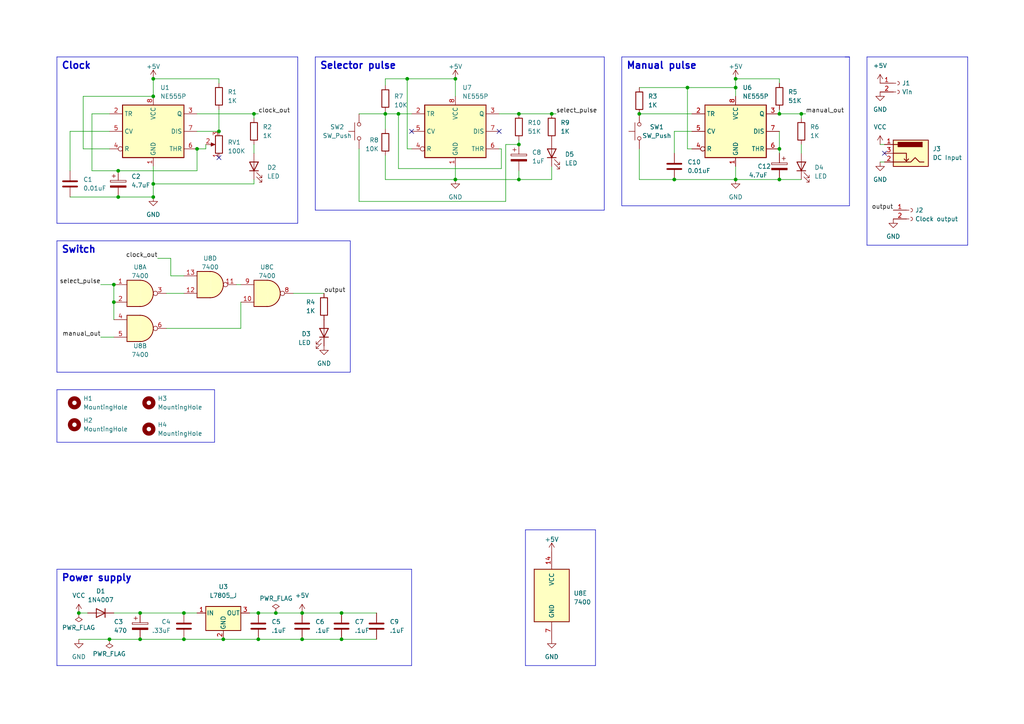
<source format=kicad_sch>
(kicad_sch (version 20220328) (generator eeschema)
  (paper "A4")
  (title_block (title "Clock module"))
  (lib_symbols
    (symbol "74xx:7400" (pin_names (offset 1.016))
      (property "Reference" "U" (at 0 1.27 0))
      (property "Value" "7400" (at 0 -1.27 0))
      (symbol "7400_1_1"
        (arc (start 0 -3.81) (mid 3.81 0) (end 0 3.81) (stroke (width 0.254)) (fill (type background)))
        (polyline (pts (xy 0 3.81) (xy -3.81 3.81) (xy -3.81 -3.81) (xy 0 -3.81)) (stroke (width 0.254)) (fill (type background)))
        (pin input line (at -7.62 2.54 0) (length 3.81) (name "~") (number "1"))
        (pin input line (at -7.62 -2.54 0) (length 3.81) (name "~") (number "2"))
        (pin output inverted (at 7.62 0 180) (length 3.81) (name "~") (number "3"))
      )
      (symbol "7400_1_2"
        (arc (start -3.81 -3.81) (mid -2.589 0) (end -3.81 3.81) (stroke (width 0.254)))
        (arc (start -0.6096 -3.81) (mid 2.1842 -2.5851) (end 3.81 0) (stroke (width 0.254)) (fill (type background)))
        (polyline (pts (xy -3.81 -3.81) (xy -0.635 -3.81)) (stroke (width 0.254)) (fill (type background)))
        (polyline (pts (xy -3.81 3.81) (xy -0.635 3.81)) (stroke (width 0.254)) (fill (type background)))
        (polyline (pts (xy -0.635 3.81) (xy -3.81 3.81) (xy -3.81 3.81) (xy -3.556 3.4036) (xy -3.0226 2.2606) (xy -2.6924 1.0414) (xy -2.6162 -0.254) (xy -2.7686 -1.4986) (xy -3.175 -2.7178) (xy -3.81 -3.81) (xy -3.81 -3.81) (xy -0.635 -3.81)) (stroke (width -25.4)) (fill (type background)))
        (arc (start 3.81 0) (mid 2.1915 2.5936) (end -0.6096 3.81) (stroke (width 0.254)) (fill (type background)))
        (pin input inverted (at -7.62 2.54 0) (length 4.318) (name "~") (number "1"))
        (pin input inverted (at -7.62 -2.54 0) (length 4.318) (name "~") (number "2"))
        (pin output line (at 7.62 0 180) (length 3.81) (name "~") (number "3"))
      )
      (symbol "7400_2_1"
        (arc (start 0 -3.81) (mid 3.81 0) (end 0 3.81) (stroke (width 0.254)) (fill (type background)))
        (polyline (pts (xy 0 3.81) (xy -3.81 3.81) (xy -3.81 -3.81) (xy 0 -3.81)) (stroke (width 0.254)) (fill (type background)))
        (pin input line (at -7.62 2.54 0) (length 3.81) (name "~") (number "4"))
        (pin input line (at -7.62 -2.54 0) (length 3.81) (name "~") (number "5"))
        (pin output inverted (at 7.62 0 180) (length 3.81) (name "~") (number "6"))
      )
      (symbol "7400_2_2"
        (arc (start -3.81 -3.81) (mid -2.589 0) (end -3.81 3.81) (stroke (width 0.254)))
        (arc (start -0.6096 -3.81) (mid 2.1842 -2.5851) (end 3.81 0) (stroke (width 0.254)) (fill (type background)))
        (polyline (pts (xy -3.81 -3.81) (xy -0.635 -3.81)) (stroke (width 0.254)) (fill (type background)))
        (polyline (pts (xy -3.81 3.81) (xy -0.635 3.81)) (stroke (width 0.254)) (fill (type background)))
        (polyline (pts (xy -0.635 3.81) (xy -3.81 3.81) (xy -3.81 3.81) (xy -3.556 3.4036) (xy -3.0226 2.2606) (xy -2.6924 1.0414) (xy -2.6162 -0.254) (xy -2.7686 -1.4986) (xy -3.175 -2.7178) (xy -3.81 -3.81) (xy -3.81 -3.81) (xy -0.635 -3.81)) (stroke (width -25.4)) (fill (type background)))
        (arc (start 3.81 0) (mid 2.1915 2.5936) (end -0.6096 3.81) (stroke (width 0.254)) (fill (type background)))
        (pin input inverted (at -7.62 2.54 0) (length 4.318) (name "~") (number "4"))
        (pin input inverted (at -7.62 -2.54 0) (length 4.318) (name "~") (number "5"))
        (pin output line (at 7.62 0 180) (length 3.81) (name "~") (number "6"))
      )
      (symbol "7400_3_1"
        (arc (start 0 -3.81) (mid 3.81 0) (end 0 3.81) (stroke (width 0.254)) (fill (type background)))
        (polyline (pts (xy 0 3.81) (xy -3.81 3.81) (xy -3.81 -3.81) (xy 0 -3.81)) (stroke (width 0.254)) (fill (type background)))
        (pin input line (at -7.62 -2.54 0) (length 3.81) (name "~") (number "10"))
        (pin output inverted (at 7.62 0 180) (length 3.81) (name "~") (number "8"))
        (pin input line (at -7.62 2.54 0) (length 3.81) (name "~") (number "9"))
      )
      (symbol "7400_3_2"
        (arc (start -3.81 -3.81) (mid -2.589 0) (end -3.81 3.81) (stroke (width 0.254)))
        (arc (start -0.6096 -3.81) (mid 2.1842 -2.5851) (end 3.81 0) (stroke (width 0.254)) (fill (type background)))
        (polyline (pts (xy -3.81 -3.81) (xy -0.635 -3.81)) (stroke (width 0.254)) (fill (type background)))
        (polyline (pts (xy -3.81 3.81) (xy -0.635 3.81)) (stroke (width 0.254)) (fill (type background)))
        (polyline (pts (xy -0.635 3.81) (xy -3.81 3.81) (xy -3.81 3.81) (xy -3.556 3.4036) (xy -3.0226 2.2606) (xy -2.6924 1.0414) (xy -2.6162 -0.254) (xy -2.7686 -1.4986) (xy -3.175 -2.7178) (xy -3.81 -3.81) (xy -3.81 -3.81) (xy -0.635 -3.81)) (stroke (width -25.4)) (fill (type background)))
        (arc (start 3.81 0) (mid 2.1915 2.5936) (end -0.6096 3.81) (stroke (width 0.254)) (fill (type background)))
        (pin input inverted (at -7.62 -2.54 0) (length 4.318) (name "~") (number "10"))
        (pin output line (at 7.62 0 180) (length 3.81) (name "~") (number "8"))
        (pin input inverted (at -7.62 2.54 0) (length 4.318) (name "~") (number "9"))
      )
      (symbol "7400_4_1"
        (arc (start 0 -3.81) (mid 3.81 0) (end 0 3.81) (stroke (width 0.254)) (fill (type background)))
        (polyline (pts (xy 0 3.81) (xy -3.81 3.81) (xy -3.81 -3.81) (xy 0 -3.81)) (stroke (width 0.254)) (fill (type background)))
        (pin output inverted (at 7.62 0 180) (length 3.81) (name "~") (number "11"))
        (pin input line (at -7.62 2.54 0) (length 3.81) (name "~") (number "12"))
        (pin input line (at -7.62 -2.54 0) (length 3.81) (name "~") (number "13"))
      )
      (symbol "7400_4_2"
        (arc (start -3.81 -3.81) (mid -2.589 0) (end -3.81 3.81) (stroke (width 0.254)))
        (arc (start -0.6096 -3.81) (mid 2.1842 -2.5851) (end 3.81 0) (stroke (width 0.254)) (fill (type background)))
        (polyline (pts (xy -3.81 -3.81) (xy -0.635 -3.81)) (stroke (width 0.254)) (fill (type background)))
        (polyline (pts (xy -3.81 3.81) (xy -0.635 3.81)) (stroke (width 0.254)) (fill (type background)))
        (polyline (pts (xy -0.635 3.81) (xy -3.81 3.81) (xy -3.81 3.81) (xy -3.556 3.4036) (xy -3.0226 2.2606) (xy -2.6924 1.0414) (xy -2.6162 -0.254) (xy -2.7686 -1.4986) (xy -3.175 -2.7178) (xy -3.81 -3.81) (xy -3.81 -3.81) (xy -0.635 -3.81)) (stroke (width -25.4)) (fill (type background)))
        (arc (start 3.81 0) (mid 2.1915 2.5936) (end -0.6096 3.81) (stroke (width 0.254)) (fill (type background)))
        (pin output line (at 7.62 0 180) (length 3.81) (name "~") (number "11"))
        (pin input inverted (at -7.62 2.54 0) (length 4.318) (name "~") (number "12"))
        (pin input inverted (at -7.62 -2.54 0) (length 4.318) (name "~") (number "13"))
      )
      (symbol "7400_5_0"
        (pin power_in line (at 0 12.7 270) (length 5.08) (name "VCC") (number "14"))
        (pin power_in line (at 0 -12.7 90) (length 5.08) (name "GND") (number "7"))
      )
      (symbol "7400_5_1"
        (rectangle (start -5.08 7.62) (end 5.08 -7.62) (stroke (width 0.254)) (fill (type background)))
      )
    )
    (symbol "Connector:Barrel_Jack_Switch" (pin_names hide)
      (property "Reference" "J" (at 0 5.334 0))
      (property "Value" "Barrel_Jack_Switch" (at 0 -5.08 0))
      (symbol "Barrel_Jack_Switch_0_1"
        (rectangle (start -5.08 3.81) (end 5.08 -3.81) (stroke (width 0.254)) (fill (type background)))
        (arc (start -3.302 1.905) (mid -2.667 2.54) (end -3.302 3.175) (stroke (width 0.254)))
        (arc (start -3.302 1.905) (mid -2.667 2.54) (end -3.302 3.175) (stroke (width 0.254)) (fill (type outline)))
        (polyline (pts (xy 1.27 -2.286) (xy 1.905 -1.651)) (stroke (width 0.254)))
        (polyline (pts (xy 5.08 2.54) (xy 3.81 2.54)) (stroke (width 0.254)))
        (polyline (pts (xy 5.08 0) (xy 1.27 0) (xy 1.27 -2.286) (xy 0.635 -1.651)) (stroke (width 0.254)))
        (polyline (pts (xy -3.81 -2.54) (xy -2.54 -2.54) (xy -1.27 -1.27) (xy 0 -2.54) (xy 2.54 -2.54) (xy 5.08 -2.54)) (stroke (width 0.254)))
        (rectangle (start 3.683 3.175) (end -3.302 1.905) (stroke (width 0.254)) (fill (type outline)))
      )
      (symbol "Barrel_Jack_Switch_1_1"
        (pin passive line (at 7.62 2.54 180) (length 2.54) (name "~") (number "1"))
        (pin passive line (at 7.62 -2.54 180) (length 2.54) (name "~") (number "2"))
        (pin passive line (at 7.62 0 180) (length 2.54) (name "~") (number "3"))
      )
    )
    (symbol "Connector:Conn_01x02_Female" (pin_names (offset 1.016) hide)
      (property "Reference" "J" (at 0 2.54 0))
      (property "Value" "Conn_01x02_Female" (at 0 -5.08 0))
      (symbol "Conn_01x02_Female_1_1"
        (arc (start 0 -3.048) (mid 0.508 -2.54) (end 0 -2.032) (stroke (width 0.1524)))
        (arc (start 0 -0.508) (mid 0.508 0) (end 0 0.508) (stroke (width 0.1524)))
        (polyline (pts (xy -1.27 -2.54) (xy -0.508 -2.54)) (stroke (width 0.1524)))
        (polyline (pts (xy -1.27 0) (xy -0.508 0)) (stroke (width 0.1524)))
        (pin passive line (at -5.08 0 0) (length 3.81) (name "Pin_1") (number "1"))
        (pin passive line (at -5.08 -2.54 0) (length 3.81) (name "Pin_2") (number "2"))
      )
    )
    (symbol "Device:C" (pin_numbers hide) (pin_names (offset 0.254))
      (property "Reference" "C" (at 0.635 2.54 0))
      (property "Value" "C" (at 0.635 -2.54 0))
      (symbol "C_0_1"
        (polyline (pts (xy -2.032 -0.762) (xy 2.032 -0.762)) (stroke (width 0.508)))
        (polyline (pts (xy -2.032 0.762) (xy 2.032 0.762)) (stroke (width 0.508)))
      )
      (symbol "C_1_1"
        (pin passive line (at 0 3.81 270) (length 2.794) (name "~") (number "1"))
        (pin passive line (at 0 -3.81 90) (length 2.794) (name "~") (number "2"))
      )
    )
    (symbol "Device:C_Polarized" (pin_numbers hide) (pin_names (offset 0.254))
      (property "Reference" "C" (at 0.635 2.54 0))
      (property "Value" "C_Polarized" (at 0.635 -2.54 0))
      (symbol "C_Polarized_0_1"
        (rectangle (start -2.286 0.508) (end 2.286 1.016))
        (polyline (pts (xy -1.778 2.286) (xy -0.762 2.286)))
        (polyline (pts (xy -1.27 2.794) (xy -1.27 1.778)))
        (rectangle (start 2.286 -0.508) (end -2.286 -1.016) (fill (type outline)))
      )
      (symbol "C_Polarized_1_1"
        (pin passive line (at 0 3.81 270) (length 2.794) (name "~") (number "1"))
        (pin passive line (at 0 -3.81 90) (length 2.794) (name "~") (number "2"))
      )
    )
    (symbol "Device:D" (pin_numbers hide) (pin_names (offset 1.016) hide)
      (property "Reference" "D" (at 0 2.54 0))
      (property "Value" "D" (at 0 -2.54 0))
      (symbol "D_0_1"
        (polyline (pts (xy -1.27 1.27) (xy -1.27 -1.27)) (stroke (width 0.254)))
        (polyline (pts (xy 1.27 0) (xy -1.27 0)))
        (polyline (pts (xy 1.27 1.27) (xy 1.27 -1.27) (xy -1.27 0) (xy 1.27 1.27)) (stroke (width 0.254)))
      )
      (symbol "D_1_1"
        (pin passive line (at -3.81 0 0) (length 2.54) (name "K") (number "1"))
        (pin passive line (at 3.81 0 180) (length 2.54) (name "A") (number "2"))
      )
    )
    (symbol "Device:LED" (pin_numbers hide) (pin_names (offset 1.016) hide)
      (property "Reference" "D" (at 0 2.54 0))
      (property "Value" "LED" (at 0 -2.54 0))
      (symbol "LED_0_1"
        (polyline (pts (xy -1.27 -1.27) (xy -1.27 1.27)) (stroke (width 0.254)))
        (polyline (pts (xy -1.27 0) (xy 1.27 0)))
        (polyline (pts (xy 1.27 -1.27) (xy 1.27 1.27) (xy -1.27 0) (xy 1.27 -1.27)) (stroke (width 0.254)))
        (polyline (pts (xy -3.048 -0.762) (xy -4.572 -2.286) (xy -3.81 -2.286) (xy -4.572 -2.286) (xy -4.572 -1.524)))
        (polyline (pts (xy -1.778 -0.762) (xy -3.302 -2.286) (xy -2.54 -2.286) (xy -3.302 -2.286) (xy -3.302 -1.524)))
      )
      (symbol "LED_1_1"
        (pin passive line (at -3.81 0 0) (length 2.54) (name "K") (number "1"))
        (pin passive line (at 3.81 0 180) (length 2.54) (name "A") (number "2"))
      )
    )
    (symbol "Device:R" (pin_numbers hide) (pin_names (offset 0))
      (property "Reference" "R" (at 2.032 0 90))
      (property "Value" "R" (at 0 0 90))
      (symbol "R_0_1"
        (rectangle (start -1.016 -2.54) (end 1.016 2.54) (stroke (width 0.254)))
      )
      (symbol "R_1_1"
        (pin passive line (at 0 3.81 270) (length 1.27) (name "~") (number "1"))
        (pin passive line (at 0 -3.81 90) (length 1.27) (name "~") (number "2"))
      )
    )
    (symbol "Device:R_Potentiometer" (pin_names (offset 1.016) hide)
      (property "Reference" "RV" (at -4.445 0 90))
      (property "Value" "R_Potentiometer" (at -2.54 0 90))
      (symbol "R_Potentiometer_0_1"
        (polyline (pts (xy 2.54 0) (xy 1.524 0)))
        (polyline (pts (xy 1.143 0) (xy 2.286 0.508) (xy 2.286 -0.508) (xy 1.143 0)) (fill (type outline)))
        (rectangle (start 1.016 2.54) (end -1.016 -2.54) (stroke (width 0.254)))
      )
      (symbol "R_Potentiometer_1_1"
        (pin passive line (at 0 3.81 270) (length 1.27) (name "1") (number "1"))
        (pin passive line (at 3.81 0 180) (length 1.27) (name "2") (number "2"))
        (pin passive line (at 0 -3.81 90) (length 1.27) (name "3") (number "3"))
      )
    )
    (symbol "Mechanical:MountingHole" (pin_names (offset 1.016))
      (property "Reference" "H" (at 0 5.08 0))
      (property "Value" "MountingHole" (at 0 3.175 0))
      (symbol "MountingHole_0_1"
        (circle (center 0 0) (radius 1.27) (stroke (width 1.27)))
      )
    )
    (symbol "Switch:SW_Push" (pin_numbers hide) (pin_names (offset 1.016) hide)
      (property "Reference" "SW" (at 1.27 2.54 0))
      (property "Value" "SW_Push" (at 0 -1.524 0))
      (symbol "SW_Push_0_1"
        (circle (center -2.032 0) (radius 0.508))
        (polyline (pts (xy 0 1.27) (xy 0 3.048)))
        (polyline (pts (xy 2.54 1.27) (xy -2.54 1.27)))
        (circle (center 2.032 0) (radius 0.508))
        (pin passive line (at -5.08 0 0) (length 2.54) (name "1") (number "1"))
        (pin passive line (at 5.08 0 180) (length 2.54) (name "2") (number "2"))
      )
    )
    (symbol "Timer:NE555P"
      (property "Reference" "U" (at -10.16 8.89 0))
      (property "Value" "NE555P" (at 2.54 8.89 0))
      (symbol "NE555P_0_0"
        (pin power_in line (at 0 -10.16 90) (length 2.54) (name "GND") (number "1"))
        (pin power_in line (at 0 10.16 270) (length 2.54) (name "VCC") (number "8"))
      )
      (symbol "NE555P_0_1"
        (rectangle (start -8.89 -7.62) (end 8.89 7.62) (stroke (width 0.254)) (fill (type background)))
        (rectangle (start -8.89 -7.62) (end 8.89 7.62) (stroke (width 0.254)) (fill (type background)))
      )
      (symbol "NE555P_1_1"
        (pin input line (at -12.7 5.08 0) (length 3.81) (name "TR") (number "2"))
        (pin output line (at 12.7 5.08 180) (length 3.81) (name "Q") (number "3"))
        (pin input inverted (at -12.7 -5.08 0) (length 3.81) (name "R") (number "4"))
        (pin input line (at -12.7 0 0) (length 3.81) (name "CV") (number "5"))
        (pin input line (at 12.7 -5.08 180) (length 3.81) (name "THR") (number "6"))
        (pin input line (at 12.7 0 180) (length 3.81) (name "DIS") (number "7"))
      )
    )
    (symbol "joppe:L7805_J" (pin_names (offset 0.254))
      (property "Reference" "U" (at -3.81 3.175 0))
      (property "Value" "L7805_J" (at 0 3.175 0))
      (symbol "L7805_J_0_1"
        (rectangle (start -5.08 1.905) (end 5.08 -5.08) (stroke (width 0.254)) (fill (type background)))
      )
      (symbol "L7805_J_1_1"
        (pin bidirectional line (at -7.62 0 0) (length 2.54) (name "IN") (number "1"))
        (pin power_in line (at 0 -7.62 90) (length 2.54) (name "GND") (number "2"))
        (pin bidirectional line (at 7.62 0 180) (length 2.54) (name "OUT") (number "3"))
      )
    )
    (symbol "power:+5V" (power) (pin_names (offset 0))
      (property "Value" "+5V" (at 0 3.556 0))
      (symbol "+5V_0_1"
        (polyline (pts (xy -0.762 1.27) (xy 0 2.54)))
        (polyline (pts (xy 0 0) (xy 0 2.54)))
        (polyline (pts (xy 0 2.54) (xy 0.762 1.27)))
      )
      (symbol "+5V_1_1"
        (pin power_in line (at 0 0 90) (length 0) hide (name "+5V") (number "1"))
      )
    )
    (symbol "power:GND" (power) (pin_names (offset 0))
      (property "Value" "GND" (at 0 -3.81 0))
      (symbol "GND_0_1"
        (polyline (pts (xy 0 0) (xy 0 -1.27) (xy 1.27 -1.27) (xy 0 -2.54) (xy -1.27 -1.27) (xy 0 -1.27)))
      )
      (symbol "GND_1_1"
        (pin power_in line (at 0 0 270) (length 0) hide (name "GND") (number "1"))
      )
    )
    (symbol "power:PWR_FLAG" (power) (pin_numbers hide) (pin_names (offset 0) hide)
      (property "Value" "PWR_FLAG" (at 0 3.81 0))
      (symbol "PWR_FLAG_0_0"
        (pin power_out line (at 0 0 90) (length 0) (name "pwr") (number "1"))
      )
      (symbol "PWR_FLAG_0_1"
        (polyline (pts (xy 0 0) (xy 0 1.27) (xy -1.016 1.905) (xy 0 2.54) (xy 1.016 1.905) (xy 0 1.27)))
      )
    )
    (symbol "power:VCC" (power) (pin_names (offset 0))
      (property "Value" "VCC" (at 0 3.81 0))
      (symbol "VCC_0_1"
        (polyline (pts (xy -0.762 1.27) (xy 0 2.54)))
        (polyline (pts (xy 0 0) (xy 0 2.54)))
        (polyline (pts (xy 0 2.54) (xy 0.762 1.27)))
      )
      (symbol "VCC_1_1"
        (pin power_in line (at 0 0 90) (length 0) hide (name "VCC") (number "1"))
      )
    )
  )
  (junction (at 199.39 25.4))
  (junction (at 74.93 177.8))
  (junction (at 74.93 185.42))
  (junction (at 232.41 33.02))
  (junction (at 22.86 177.8))
  (junction (at 44.45 53.34))
  (junction (at 213.36 52.07))
  (junction (at 80.01 177.8))
  (junction (at 150.495 33.02))
  (junction (at 213.36 25.4))
  (junction (at 99.06 185.42))
  (junction (at 115.57 33.02))
  (junction (at 73.66 33.02))
  (junction (at 132.08 52.07))
  (junction (at 111.76 33.02))
  (junction (at 33.02 82.55))
  (junction (at 57.15 43.18))
  (junction (at 150.495 41.91))
  (junction (at 213.36 22.86))
  (junction (at 53.34 185.42))
  (junction (at 160.02 33.02))
  (junction (at 185.42 33.02))
  (junction (at 132.08 22.86))
  (junction (at 33.02 87.63))
  (junction (at 53.34 177.8))
  (junction (at 34.29 49.53))
  (junction (at 87.63 177.8))
  (junction (at 87.63 185.42))
  (junction (at 44.45 22.86))
  (junction (at 31.75 185.42))
  (junction (at 150.495 52.07))
  (junction (at 63.5 38.1))
  (junction (at 118.11 22.86))
  (junction (at 44.45 27.94))
  (junction (at 226.06 43.18))
  (junction (at 195.58 52.07))
  (junction (at 99.06 177.8))
  (junction (at 34.29 57.15))
  (junction (at 44.45 57.15))
  (junction (at 226.06 52.07))
  (junction (at 40.64 177.8))
  (junction (at 64.77 185.42))
  (junction (at 40.64 185.42))
  (junction (at 226.06 33.02))
  (no_connect (at 144.78 38.1))
  (no_connect (at 63.5 45.72))
  (no_connect (at 256.54 44.45))
  (no_connect (at 119.38 38.1))
  (polyline (pts (xy 91.44 16.51) (xy 91.44 60.96)))
  (wire (pts (xy 53.34 185.42) (xy 64.77 185.42)))
  (wire (pts (xy 31.75 38.1) (xy 20.32 38.1)))
  (polyline (pts (xy 152.4 153.67) (xy 172.72 153.67)))
  (polyline (pts (xy 16.51 128.27) (xy 62.23 128.27)))
  (wire (pts (xy 64.77 185.42) (xy 74.93 185.42)))
  (wire (pts (xy 40.64 185.42) (xy 53.34 185.42)))
  (wire (pts (xy 226.06 33.02) (xy 232.41 33.02)))
  (wire (pts (xy 119.38 43.18) (xy 118.11 43.18)))
  (wire (pts (xy 118.11 22.86) (xy 132.08 22.86)))
  (wire (pts (xy 73.66 44.45) (xy 73.66 41.91)))
  (wire (pts (xy 226.06 52.07) (xy 232.41 52.07)))
  (wire (pts (xy 31.75 43.18) (xy 24.13 43.18)))
  (wire (pts (xy 34.29 49.53) (xy 57.15 49.53)))
  (wire (pts (xy 22.86 185.42) (xy 31.75 185.42)))
  (wire (pts (xy 80.01 177.8) (xy 74.93 177.8)))
  (wire (pts (xy 73.66 34.29) (xy 73.66 33.02)))
  (polyline (pts (xy 16.51 165.1) (xy 16.51 193.04)))
  (polyline (pts (xy 16.51 113.03) (xy 16.51 113.03)))
  (wire (pts (xy 49.53 74.93) (xy 49.53 80.01)))
  (polyline (pts (xy 16.51 113.03) (xy 16.51 128.27)))
  (wire (pts (xy 226.06 31.75) (xy 226.06 33.02)))
  (wire (pts (xy 68.58 82.55) (xy 69.85 82.55)))
  (wire (pts (xy 199.39 43.18) (xy 199.39 25.4)))
  (wire (pts (xy 132.08 48.26) (xy 132.08 52.07)))
  (wire (pts (xy 111.76 33.02) (xy 111.76 37.465)))
  (wire (pts (xy 118.11 22.86) (xy 118.11 43.18)))
  (wire (pts (xy 213.36 25.4) (xy 213.36 27.94)))
  (wire (pts (xy 73.66 33.02) (xy 74.93 33.02)))
  (polyline (pts (xy 152.4 153.67) (xy 152.4 193.04)))
  (polyline (pts (xy 16.51 193.04) (xy 119.38 193.04)))
  (polyline (pts (xy 16.51 16.51) (xy 86.36 16.51)))
  (wire (pts (xy 213.36 48.26) (xy 213.36 52.07)))
  (wire (pts (xy 145.415 43.18) (xy 145.415 48.895)))
  (wire (pts (xy 44.45 27.94) (xy 44.45 22.86)))
  (polyline (pts (xy 101.6 107.95) (xy 101.6 69.85)))
  (wire (pts (xy 33.02 82.55) (xy 33.02 87.63)))
  (wire (pts (xy 115.57 33.02) (xy 119.38 33.02)))
  (wire (pts (xy 48.26 85.09) (xy 53.34 85.09)))
  (wire (pts (xy 29.21 82.55) (xy 33.02 82.55)))
  (wire (pts (xy 144.78 43.18) (xy 145.415 43.18)))
  (wire (pts (xy 24.13 43.18) (xy 24.13 27.94)))
  (wire (pts (xy 132.08 52.07) (xy 150.495 52.07)))
  (wire (pts (xy 80.01 177.8) (xy 87.63 177.8)))
  (wire (pts (xy 26.67 49.53) (xy 34.29 49.53)))
  (wire (pts (xy 115.57 48.895) (xy 115.57 33.02)))
  (wire (pts (xy 85.09 85.09) (xy 93.98 85.09)))
  (wire (pts (xy 255.27 41.91) (xy 256.54 41.91)))
  (polyline (pts (xy 175.26 60.96) (xy 175.26 16.51)))
  (wire (pts (xy 44.45 48.26) (xy 44.45 53.34)))
  (wire (pts (xy 213.36 52.07) (xy 226.06 52.07)))
  (wire (pts (xy 185.42 52.07) (xy 195.58 52.07)))
  (polyline (pts (xy 91.44 60.96) (xy 175.26 60.96)))
  (wire (pts (xy 232.41 44.45) (xy 232.41 41.91)))
  (wire (pts (xy 185.42 43.18) (xy 185.42 52.07)))
  (wire (pts (xy 72.39 177.8) (xy 74.93 177.8)))
  (wire (pts (xy 57.15 43.18) (xy 59.69 43.18)))
  (wire (pts (xy 104.14 58.42) (xy 104.14 43.18)))
  (polyline (pts (xy 251.46 71.12) (xy 280.67 71.12)))
  (wire (pts (xy 31.75 185.42) (xy 40.64 185.42)))
  (wire (pts (xy 57.15 33.02) (xy 73.66 33.02)))
  (polyline (pts (xy 16.51 69.85) (xy 16.51 107.95)))
  (wire (pts (xy 144.78 33.02) (xy 150.495 33.02)))
  (wire (pts (xy 195.58 38.1) (xy 200.66 38.1)))
  (wire (pts (xy 199.39 25.4) (xy 213.36 25.4)))
  (wire (pts (xy 161.29 33.02) (xy 160.02 33.02)))
  (polyline (pts (xy 91.44 16.51) (xy 175.26 16.51)))
  (polyline (pts (xy 62.23 128.27) (xy 62.23 113.03)))
  (wire (pts (xy 226.06 38.1) (xy 226.06 43.18)))
  (polyline (pts (xy 180.34 16.51) (xy 180.34 59.69)))
  (wire (pts (xy 44.45 22.86) (xy 63.5 22.86)))
  (wire (pts (xy 232.41 34.29) (xy 232.41 33.02)))
  (wire (pts (xy 111.76 45.085) (xy 111.76 52.07)))
  (wire (pts (xy 49.53 80.01) (xy 53.34 80.01)))
  (wire (pts (xy 111.76 22.86) (xy 111.76 24.765)))
  (wire (pts (xy 111.76 32.385) (xy 111.76 33.02)))
  (polyline (pts (xy 62.23 113.03) (xy 16.51 113.03)))
  (wire (pts (xy 160.02 48.26) (xy 160.02 52.07)))
  (wire (pts (xy 99.06 185.42) (xy 109.22 185.42)))
  (wire (pts (xy 31.75 33.02) (xy 26.67 33.02)))
  (wire (pts (xy 53.34 177.8) (xy 57.15 177.8)))
  (polyline (pts (xy 180.34 59.69) (xy 246.38 59.69)))
  (wire (pts (xy 118.11 22.86) (xy 111.76 22.86)))
  (wire (pts (xy 29.21 97.79) (xy 33.02 97.79)))
  (wire (pts (xy 57.15 38.1) (xy 63.5 38.1)))
  (wire (pts (xy 104.14 33.02) (xy 111.76 33.02)))
  (polyline (pts (xy 246.38 16.51) (xy 246.38 59.69)))
  (polyline (pts (xy 251.46 16.51) (xy 251.46 71.12)))
  (polyline (pts (xy 16.51 69.85) (xy 101.6 69.85)))
  (polyline (pts (xy 245.11 16.51) (xy 246.38 16.51)))
  (wire (pts (xy 45.72 74.93) (xy 49.53 74.93)))
  (wire (pts (xy 200.66 43.18) (xy 199.39 43.18)))
  (wire (pts (xy 232.41 33.02) (xy 233.68 33.02)))
  (wire (pts (xy 57.15 43.18) (xy 57.15 49.53)))
  (wire (pts (xy 195.58 52.07) (xy 213.36 52.07)))
  (wire (pts (xy 213.36 22.86) (xy 213.36 25.4)))
  (wire (pts (xy 111.76 33.02) (xy 115.57 33.02)))
  (wire (pts (xy 146.685 58.42) (xy 104.14 58.42)))
  (wire (pts (xy 87.63 185.42) (xy 99.06 185.42)))
  (polyline (pts (xy 16.51 107.95) (xy 101.6 107.95)))
  (polyline (pts (xy 152.4 193.04) (xy 172.72 193.04)))
  (polyline (pts (xy 251.46 16.51) (xy 280.67 16.51)))
  (polyline (pts (xy 16.51 16.51) (xy 16.51 64.77)))
  (polyline (pts (xy 180.34 16.51) (xy 246.38 16.51)))
  (wire (pts (xy 69.85 87.63) (xy 69.85 95.25)))
  (wire (pts (xy 150.495 41.91) (xy 146.685 41.91)))
  (wire (pts (xy 255.27 46.99) (xy 256.54 46.99)))
  (wire (pts (xy 59.69 43.18) (xy 59.69 41.91)))
  (wire (pts (xy 63.5 22.86) (xy 63.5 24.13)))
  (wire (pts (xy 150.495 49.53) (xy 150.495 52.07)))
  (polyline (pts (xy 16.51 165.1) (xy 119.38 165.1)))
  (wire (pts (xy 185.42 25.4) (xy 199.39 25.4)))
  (wire (pts (xy 99.06 177.8) (xy 109.22 177.8)))
  (wire (pts (xy 150.495 33.02) (xy 160.02 33.02)))
  (wire (pts (xy 226.06 24.13) (xy 226.06 22.86)))
  (wire (pts (xy 145.415 48.895) (xy 115.57 48.895)))
  (wire (pts (xy 150.495 40.64) (xy 150.495 41.91)))
  (wire (pts (xy 44.45 53.34) (xy 73.66 53.34)))
  (wire (pts (xy 195.58 44.45) (xy 195.58 38.1)))
  (wire (pts (xy 226.06 43.18) (xy 226.06 44.45)))
  (wire (pts (xy 33.02 87.63) (xy 33.02 92.71)))
  (wire (pts (xy 150.495 52.07) (xy 160.02 52.07)))
  (wire (pts (xy 33.02 177.8) (xy 40.64 177.8)))
  (polyline (pts (xy 172.72 193.04) (xy 172.72 153.67)))
  (wire (pts (xy 74.93 185.42) (xy 87.63 185.42)))
  (polyline (pts (xy 86.36 64.77) (xy 86.36 16.51)))
  (wire (pts (xy 20.32 38.1) (xy 20.32 49.53)))
  (wire (pts (xy 73.66 52.07) (xy 73.66 53.34)))
  (polyline (pts (xy 16.51 64.77) (xy 86.36 64.77)))
  (wire (pts (xy 26.67 33.02) (xy 26.67 49.53)))
  (polyline (pts (xy 119.38 193.04) (xy 119.38 165.1)))
  (wire (pts (xy 22.86 177.8) (xy 25.4 177.8)))
  (wire (pts (xy 34.29 57.15) (xy 44.45 57.15)))
  (wire (pts (xy 20.32 57.15) (xy 34.29 57.15)))
  (wire (pts (xy 87.63 177.8) (xy 99.06 177.8)))
  (wire (pts (xy 226.06 22.86) (xy 213.36 22.86)))
  (wire (pts (xy 132.08 22.86) (xy 132.08 27.94)))
  (wire (pts (xy 44.45 53.34) (xy 44.45 57.15)))
  (wire (pts (xy 63.5 31.75) (xy 63.5 38.1)))
  (wire (pts (xy 132.08 52.07) (xy 111.76 52.07)))
  (polyline (pts (xy 280.67 71.12) (xy 280.67 16.51)))
  (wire (pts (xy 185.42 33.02) (xy 200.66 33.02)))
  (wire (pts (xy 40.64 177.8) (xy 53.34 177.8)))
  (wire (pts (xy 69.85 95.25) (xy 48.26 95.25)))
  (wire (pts (xy 146.685 41.91) (xy 146.685 58.42)))
  (wire (pts (xy 24.13 27.94) (xy 44.45 27.94)))
  (text "Power supply" (at 17.78 168.91 0) (effects (font (size 2 2) bold) (justify left bottom)))
  (text "Selector pulse" (at 92.71 20.32 0) (effects (font (size 2 2) (thickness 0.4) bold) (justify left bottom)))
  (text "Switch" (at 17.78 73.66 0) (effects (font (size 2 2) (thickness 0.4) bold) (justify left bottom)))
  (text "Clock" (at 17.78 20.32 0) (effects (font (size 2 2) (thickness 0.4) bold) (justify left bottom)))
  (text "Manual pulse" (at 181.61 20.32 0) (effects (font (size 2 2) (thickness 0.4) bold) (justify left bottom)))
  (label "manual_out" (at 29.21 97.79 0))
  (label "select_pulse" (at 29.21 82.55 0))
  (label "clock_out" (at 74.93 33.02 0))
  (label "select_pulse" (at 161.29 33.02 0))
  (label "clock_out" (at 45.72 74.93 0))
  (label "manual_out" (at 233.68 33.02 0))
  (label "output" (at 259.08 60.96 0))
  (label "output" (at 93.98 85.09 0))
  (symbol (lib_id "Mechanical:MountingHole") (at 21.59 123.19 0) (unit 1)
    (property "Reference" "H2" (at 24.13 121.9199 0) (effects (justify left)))
    (property "Value" "MountingHole" (at 24.13 124.4599 0) (effects (justify left)))
    (property "Footprint" "MountingHole:MountingHole_4.3mm_M4" (effects hide))
  )
  (symbol (lib_id "Device:LED") (at 160.02 44.45 90) (unit 1)
    (property "Reference" "D5" (at 163.83 44.7674 90) (effects (justify right)))
    (property "Value" "LED" (at 163.83 47.3074 90) (effects (justify right)))
    (property "Footprint" "LED_THT:LED_D5.0mm" (effects hide))
  )
  (symbol (lib_id "Mechanical:MountingHole") (at 43.18 124.46 0) (unit 1)
    (property "Reference" "H4" (at 45.72 123.1899 0) (effects (justify left)))
    (property "Value" "MountingHole" (at 45.72 125.7299 0) (effects (justify left)))
    (property "Footprint" "MountingHole:MountingHole_4.3mm_M4" (effects hide))
  )
  (symbol (lib_id "Device:C") (at 99.06 181.61 0) (unit 1)
    (property "Reference" "C7" (at 102.87 180.3399 0) (effects (justify left)))
    (property "Value" ".1uF" (at 102.87 182.8799 0) (effects (justify left)))
    (property "Footprint" "Capacitor_THT:C_Disc_D3.0mm_W1.6mm_P2.50mm" (effects hide))
  )
  (symbol (lib_id "power:GND") (at 132.08 52.07 0) (unit 1)
    (property "Reference" "#PWR017" (effects hide))
    (property "Value" "GND" (at 132.08 57.15 0))
  )
  (symbol (lib_id "Device:R_Potentiometer") (at 63.5 41.91 180) (unit 1)
    (property "Reference" "RV1" (at 66.04 41.275 0) (effects (justify right)))
    (property "Value" "100K" (at 66.04 43.815 0) (effects (justify right)))
    (property "Footprint" "w_pth_resistors:trimmer_alps-rk09k1130ah1" (effects hide))
  )
  (symbol (lib_id "Device:C") (at 74.93 181.61 0) (unit 1)
    (property "Reference" "C5" (at 78.74 180.3399 0) (effects (justify left)))
    (property "Value" ".1uF" (at 78.74 182.8799 0) (effects (justify left)))
    (property "Footprint" "Capacitor_THT:C_Disc_D3.0mm_W1.6mm_P2.50mm" (effects hide))
  )
  (symbol (lib_id "Device:C") (at 20.32 53.34 180) (unit 1)
    (property "Reference" "C1" (at 24.13 52.0699 0) (effects (justify right)))
    (property "Value" "0.01uF" (at 24.13 54.6099 0) (effects (justify right)))
    (property "Footprint" "Capacitor_THT:C_Disc_D3.0mm_W1.6mm_P2.50mm" (effects hide))
  )
  (symbol (lib_id "power:PWR_FLAG") (at 22.86 177.8 180) (unit 1)
    (property "Reference" "#FLG01" (effects hide))
    (property "Value" "PWR_FLAG" (at 27.6271 182.0281 0) (effects (justify left)))
  )
  (symbol (lib_id "power:GND") (at 22.86 185.42 0) (unit 1)
    (property "Reference" "#PWR02" (effects hide))
    (property "Value" "GND" (at 22.86 190.5 0))
  )
  (symbol (lib_id "power:GND") (at 93.98 100.33 0) (mirror y) (unit 1)
    (property "Reference" "#PWR0101" (effects hide))
    (property "Value" "GND" (at 93.98 105.41 0))
  )
  (symbol (lib_id "Device:R") (at 93.98 88.9 0) (mirror y) (unit 1)
    (property "Reference" "R4" (at 91.44 87.6299 0) (effects (justify left)))
    (property "Value" "1K" (at 91.44 90.1699 0) (effects (justify left)))
    (property "Footprint" "Resistor_THT:R_Axial_DIN0204_L3.6mm_D1.6mm_P7.62mm_Horizontal" (effects hide))
  )
  (symbol (lib_id "power:+5V") (at 132.08 22.86 0) (unit 1)
    (property "Reference" "#PWR016" (effects hide))
    (property "Value" "+5V" (at 132.08 19.304 0))
  )
  (symbol (lib_id "power:VCC") (at 22.86 177.8 0) (unit 1)
    (property "Reference" "#PWR01" (effects hide))
    (property "Value" "VCC" (at 22.86 172.72 0))
  )
  (symbol (lib_id "Device:C") (at 53.34 181.61 0) (mirror x) (unit 1)
    (property "Reference" "C4" (at 49.53 180.3399 0) (effects (justify right)))
    (property "Value" ".33uF" (at 49.53 182.8799 0) (effects (justify right)))
    (property "Footprint" "Capacitor_THT:C_Disc_D3.0mm_W1.6mm_P2.50mm" (effects hide))
  )
  (symbol (lib_id "Mechanical:MountingHole") (at 43.18 116.84 0) (unit 1)
    (property "Reference" "H3" (at 45.72 115.5699 0) (effects (justify left)))
    (property "Value" "MountingHole" (at 45.72 118.1099 0) (effects (justify left)))
    (property "Footprint" "MountingHole:MountingHole_4.3mm_M4" (effects hide))
  )
  (symbol (lib_id "Mechanical:MountingHole") (at 21.59 116.84 0) (unit 1)
    (property "Reference" "H1" (at 24.13 115.5699 0) (effects (justify left)))
    (property "Value" "MountingHole" (at 24.13 118.1099 0) (effects (justify left)))
    (property "Footprint" "MountingHole:MountingHole_4.3mm_M4" (effects hide))
  )
  (symbol (lib_id "Connector:Conn_01x02_Female") (at 264.16 60.96 0) (unit 1)
    (property "Reference" "J2" (at 265.43 60.9599 0) (effects (justify left)))
    (property "Value" "Clock output" (at 265.43 63.4999 0) (effects (justify left)))
    (property "Footprint" "Connector_PinSocket_2.54mm:PinSocket_1x02_P2.54mm_Vertical" (effects hide))
  )
  (symbol (lib_id "power:+5V") (at 213.36 22.86 0) (unit 1)
    (property "Reference" "#PWR08" (effects hide))
    (property "Value" "+5V" (at 213.36 19.304 0))
  )
  (symbol (lib_id "power:GND") (at 160.02 185.42 0) (unit 1)
    (property "Reference" "#PWR024" (effects hide))
    (property "Value" "GND" (at 160.02 190.5 0))
  )
  (symbol (lib_id "Timer:NE555P") (at 44.45 38.1 0) (unit 1)
    (property "Reference" "U1" (at 46.4694 25.4 0) (effects (justify left)))
    (property "Value" "NE555P" (at 46.4694 27.94 0) (effects (justify left)))
    (property "Footprint" "Package_DIP:DIP-8_W7.62mm" (effects hide))
    (property "Datasheet" "http://www.ti.com/lit/ds/symlink/ne555.pdf" (effects hide))
  )
  (symbol (lib_id "74xx:7400") (at 60.96 82.55 0) (mirror x) (unit 4)
    (property "Reference" "U8" (at 60.9517 74.93 0))
    (property "Value" "7400" (at 60.9517 77.47 0))
    (property "Footprint" "Package_DIP:DIP-14_W7.62mm" (effects hide))
    (property "Datasheet" "http://www.ti.com/lit/gpn/sn7400" (effects hide))
  )
  (symbol (lib_id "Device:R") (at 111.76 28.575 0) (unit 1)
    (property "Reference" "R7" (at 114.3 27.94 0) (effects (justify left)))
    (property "Value" "10K" (at 114.3 30.48 0) (effects (justify left)))
    (property "Footprint" "Resistor_THT:R_Axial_DIN0204_L3.6mm_D1.6mm_P7.62mm_Horizontal" (effects hide))
  )
  (symbol (lib_id "Device:C_Polarized") (at 150.495 45.72 0) (unit 1)
    (property "Reference" "C8" (at 154.305 44.196 0) (effects (justify left)))
    (property "Value" "1uF" (at 154.305 46.736 0) (effects (justify left)))
    (property "Footprint" "Capacitor_THT:C_Disc_D3.0mm_W1.6mm_P2.50mm" (effects hide))
  )
  (symbol (lib_id "power:GND") (at 259.08 63.5 0) (unit 1)
    (property "Reference" "#PWR022" (effects hide))
    (property "Value" "GND" (at 259.08 68.58 0))
  )
  (symbol (lib_id "power:+5V") (at 160.02 160.02 0) (unit 1)
    (property "Reference" "#PWR023" (effects hide))
    (property "Value" "+5V" (at 160.02 156.464 0))
  )
  (symbol (lib_id "Device:C") (at 87.63 181.61 0) (unit 1)
    (property "Reference" "C6" (at 91.44 180.3399 0) (effects (justify left)))
    (property "Value" ".1uF" (at 91.44 182.8799 0) (effects (justify left)))
    (property "Footprint" "Capacitor_THT:C_Disc_D3.0mm_W1.6mm_P2.50mm" (effects hide))
  )
  (symbol (lib_id "power:GND") (at 213.36 52.07 0) (unit 1)
    (property "Reference" "#PWR09" (effects hide))
    (property "Value" "GND" (at 213.36 57.15 0))
  )
  (symbol (lib_id "power:VCC") (at 255.27 41.91 0) (unit 1)
    (property "Reference" "#PWR020" (effects hide))
    (property "Value" "VCC" (at 255.27 36.83 0))
  )
  (symbol (lib_id "Connector:Barrel_Jack_Switch") (at 264.16 44.45 0) (mirror y) (unit 1)
    (property "Reference" "J3" (at 270.51 43.1799 0) (effects (justify right)))
    (property "Value" "DC Input" (at 270.51 45.7199 0) (effects (justify right)))
    (property "Footprint" "Connector_BarrelJack:BarrelJack_GCT_DCJ200-10-A_Horizontal" (effects hide))
  )
  (symbol (lib_id "Device:C_Polarized") (at 226.06 48.26 0) (mirror y) (unit 1)
    (property "Reference" "C12" (at 219.71 48.26 0) (effects (justify right)))
    (property "Value" "4.7uF" (at 217.17 50.8 0) (effects (justify right)))
    (property "Footprint" "Capacitor_THT:CP_Radial_D4.0mm_P1.50mm" (effects hide))
  )
  (symbol (lib_id "74xx:7400") (at 40.64 95.25 0) (unit 2)
    (property "Reference" "U8" (at 40.64 100.33 0))
    (property "Value" "7400" (at 40.64 102.87 0))
    (property "Footprint" "Package_DIP:DIP-14_W7.62mm" (effects hide))
    (property "Datasheet" "http://www.ti.com/lit/gpn/sn7400" (effects hide))
  )
  (symbol (lib_id "power:GND") (at 44.45 57.15 0) (unit 1)
    (property "Reference" "#PWR04" (effects hide))
    (property "Value" "GND" (at 44.45 62.23 0))
  )
  (symbol (lib_id "Device:R") (at 185.42 29.21 180) (unit 1)
    (property "Reference" "R3" (at 187.96 27.9399 0) (effects (justify right)))
    (property "Value" "1K" (at 187.96 30.4799 0) (effects (justify right)))
    (property "Footprint" "Resistor_THT:R_Axial_DIN0204_L3.6mm_D1.6mm_P7.62mm_Horizontal" (effects hide))
  )
  (symbol (lib_id "Device:R") (at 232.41 38.1 0) (unit 1)
    (property "Reference" "R6" (at 234.95 36.8299 0) (effects (justify left)))
    (property "Value" "1K" (at 234.95 39.3699 0) (effects (justify left)))
    (property "Footprint" "Resistor_THT:R_Axial_DIN0204_L3.6mm_D1.6mm_P7.62mm_Horizontal" (effects hide))
  )
  (symbol (lib_id "Device:C_Polarized") (at 40.64 181.61 0) (unit 1)
    (property "Reference" "C3" (at 33.02 180.34 0) (effects (justify left)))
    (property "Value" "470" (at 33.02 182.88 0) (effects (justify left)))
    (property "Footprint" "Capacitor_THT:CP_Radial_D6.3mm_P2.50mm" (effects hide))
  )
  (symbol (lib_id "Device:R") (at 160.02 36.83 0) (unit 1)
    (property "Reference" "R9" (at 162.56 35.5599 0) (effects (justify left)))
    (property "Value" "1K" (at 162.56 38.0999 0) (effects (justify left)))
    (property "Footprint" "Resistor_THT:R_Axial_DIN0204_L3.6mm_D1.6mm_P7.62mm_Horizontal" (effects hide))
  )
  (symbol (lib_id "Device:LED") (at 73.66 48.26 90) (unit 1)
    (property "Reference" "D2" (at 77.47 48.5774 90) (effects (justify right)))
    (property "Value" "LED" (at 77.47 51.1174 90) (effects (justify right)))
    (property "Footprint" "LED_THT:LED_D5.0mm" (effects hide))
  )
  (symbol (lib_id "Connector:Conn_01x02_Female") (at 260.35 24.13 0) (unit 1)
    (property "Reference" "J1" (at 261.62 24.1299 0) (effects (justify left)))
    (property "Value" "Vin" (at 261.62 26.6699 0) (effects (justify left)))
    (property "Footprint" "Connector_PinSocket_2.54mm:PinSocket_1x02_P2.54mm_Vertical" (effects hide))
  )
  (symbol (lib_id "Device:R") (at 226.06 27.94 0) (unit 1)
    (property "Reference" "R5" (at 228.6 26.6699 0) (effects (justify left)))
    (property "Value" "51K" (at 228.6 29.2099 0) (effects (justify left)))
    (property "Footprint" "Resistor_THT:R_Axial_DIN0204_L3.6mm_D1.6mm_P7.62mm_Horizontal" (effects hide))
  )
  (symbol (lib_id "power:GND") (at 255.27 46.99 0) (unit 1)
    (property "Reference" "#PWR021" (effects hide))
    (property "Value" "GND" (at 255.27 52.07 0))
  )
  (symbol (lib_id "Device:D") (at 29.21 177.8 180) (unit 1)
    (property "Reference" "D1" (at 29.21 171.45 0))
    (property "Value" "1N4007" (at 29.21 173.99 0))
    (property "Footprint" "Diode_THT:D_DO-41_SOD81_P7.62mm_Horizontal" (effects hide))
  )
  (symbol (lib_id "joppe:L7805_J") (at 64.77 177.8 0) (unit 1)
    (property "Reference" "U3" (at 64.77 170.18 0))
    (property "Value" "L7805_J" (at 64.77 172.72 0))
    (property "Footprint" "Package_TO_SOT_THT:TO-220-3_Horizontal_TabDown" (effects hide))
    (property "Datasheet" "http://www.st.com/content/ccc/resource/technical/document/datasheet/41/4f/b3/b0/12/d4/47/88/CD00000444.pdf/files/CD00000444.pdf/jcr:content/translations/en.CD00000444.pdf" (effects hide))
  )
  (symbol (lib_id "Device:R") (at 150.495 36.83 0) (unit 1)
    (property "Reference" "R10" (at 153.035 35.5599 0) (effects (justify left)))
    (property "Value" "51K" (at 153.035 38.0999 0) (effects (justify left)))
    (property "Footprint" "Resistor_THT:R_Axial_DIN0204_L3.6mm_D1.6mm_P7.62mm_Horizontal" (effects hide))
  )
  (symbol (lib_id "74xx:7400") (at 160.02 172.72 0) (unit 5)
    (property "Reference" "U8" (at 166.37 172.085 0) (effects (justify left)))
    (property "Value" "7400" (at 166.37 174.625 0) (effects (justify left)))
    (property "Footprint" "Package_DIP:DIP-14_W7.62mm" (effects hide))
    (property "Datasheet" "http://www.ti.com/lit/gpn/sn7400" (effects hide))
  )
  (symbol (lib_id "Device:LED") (at 232.41 48.26 90) (unit 1)
    (property "Reference" "D4" (at 236.22 48.5774 90) (effects (justify right)))
    (property "Value" "LED" (at 236.22 51.1174 90) (effects (justify right)))
    (property "Footprint" "LED_THT:LED_D5.0mm" (effects hide))
  )
  (symbol (lib_id "power:+5V") (at 44.45 22.86 0) (unit 1)
    (property "Reference" "#PWR03" (effects hide))
    (property "Value" "+5V" (at 44.45 19.304 0))
  )
  (symbol (lib_id "Device:R") (at 111.76 41.275 0) (unit 1)
    (property "Reference" "R8" (at 109.855 40.64 0) (effects (justify right)))
    (property "Value" "10K" (at 109.855 43.18 0) (effects (justify right)))
    (property "Footprint" "Resistor_THT:R_Axial_DIN0204_L3.6mm_D1.6mm_P7.62mm_Horizontal" (effects hide))
  )
  (symbol (lib_id "power:PWR_FLAG") (at 31.75 185.42 180) (unit 1)
    (property "Reference" "#FLG02" (effects hide))
    (property "Value" "PWR_FLAG" (at 36.5171 189.6481 0) (effects (justify left)))
  )
  (symbol (lib_id "power:+5V") (at 255.27 24.13 0) (unit 1)
    (property "Reference" "#PWR018" (effects hide))
    (property "Value" "+5V" (at 255.27 19.05 0))
  )
  (symbol (lib_id "power:GND") (at 255.27 26.67 0) (unit 1)
    (property "Reference" "#PWR019" (effects hide))
    (property "Value" "GND" (at 255.27 31.75 0))
  )
  (symbol (lib_id "Timer:NE555P") (at 132.08 38.1 0) (unit 1)
    (property "Reference" "U7" (at 134.0994 25.4 0) (effects (justify left)))
    (property "Value" "NE555P" (at 134.0994 27.94 0) (effects (justify left)))
    (property "Footprint" "Package_DIP:DIP-8_W7.62mm" (effects hide))
    (property "Datasheet" "http://www.ti.com/lit/ds/symlink/ne555.pdf" (effects hide))
  )
  (symbol (lib_id "Switch:SW_Push") (at 185.42 38.1 90) (mirror x) (unit 1)
    (property "Reference" "SW1" (at 190.5 36.83 90))
    (property "Value" "SW_Push" (at 190.5 39.37 90))
    (property "Footprint" "Button_Switch_THT:SW_PUSH_6mm_H5mm" (effects hide))
  )
  (symbol (lib_id "Device:C") (at 109.22 181.61 0) (unit 1)
    (property "Reference" "C9" (at 113.03 180.3399 0) (effects (justify left)))
    (property "Value" ".1uF" (at 113.03 182.8799 0) (effects (justify left)))
    (property "Footprint" "Capacitor_THT:C_Disc_D3.0mm_W1.6mm_P2.50mm" (effects hide))
  )
  (symbol (lib_id "Device:R") (at 63.5 27.94 0) (unit 1)
    (property "Reference" "R1" (at 66.04 26.6699 0) (effects (justify left)))
    (property "Value" "1K" (at 66.04 29.2099 0) (effects (justify left)))
    (property "Footprint" "Resistor_THT:R_Axial_DIN0204_L3.6mm_D1.6mm_P7.62mm_Horizontal" (effects hide))
  )
  (symbol (lib_id "Device:R") (at 73.66 38.1 0) (unit 1)
    (property "Reference" "R2" (at 76.2 36.8299 0) (effects (justify left)))
    (property "Value" "1K" (at 76.2 39.3699 0) (effects (justify left)))
    (property "Footprint" "Resistor_THT:R_Axial_DIN0204_L3.6mm_D1.6mm_P7.62mm_Horizontal" (effects hide))
  )
  (symbol (lib_id "Device:C") (at 195.58 48.26 0) (unit 1)
    (property "Reference" "C10" (at 199.39 46.9899 0) (effects (justify left)))
    (property "Value" "0.01uF" (at 199.39 49.5299 0) (effects (justify left)))
    (property "Footprint" "Capacitor_THT:C_Disc_D3.0mm_W1.6mm_P2.50mm" (effects hide))
  )
  (symbol (lib_id "Timer:NE555P") (at 213.36 38.1 0) (unit 1)
    (property "Reference" "U6" (at 215.3794 25.4 0) (effects (justify left)))
    (property "Value" "NE555P" (at 215.3794 27.94 0) (effects (justify left)))
    (property "Footprint" "Package_DIP:DIP-8_W7.62mm" (effects hide))
    (property "Datasheet" "http://www.ti.com/lit/ds/symlink/ne555.pdf" (effects hide))
  )
  (symbol (lib_id "Switch:SW_Push") (at 104.14 38.1 90) (mirror x) (unit 1)
    (property "Reference" "SW2" (at 97.79 36.83 90))
    (property "Value" "SW_Push" (at 97.79 39.37 90))
    (property "Footprint" "Button_Switch_THT:SW_PUSH_6mm_H5mm" (effects hide))
  )
  (symbol (lib_id "Device:C_Polarized") (at 34.29 53.34 0) (unit 1)
    (property "Reference" "C2" (at 38.1 51.1809 0) (effects (justify left)))
    (property "Value" "4.7uF" (at 38.1 53.7209 0) (effects (justify left)))
    (property "Footprint" "Capacitor_THT:CP_Radial_D4.0mm_P1.50mm" (effects hide))
  )
  (symbol (lib_id "74xx:7400") (at 77.47 85.09 0) (unit 3)
    (property "Reference" "U8" (at 77.4617 77.47 0))
    (property "Value" "7400" (at 77.4617 80.01 0))
    (property "Footprint" "Package_DIP:DIP-14_W7.62mm" (effects hide))
    (property "Datasheet" "http://www.ti.com/lit/gpn/sn7400" (effects hide))
  )
  (symbol (lib_id "Device:LED") (at 93.98 96.52 270) (mirror x) (unit 1)
    (property "Reference" "D3" (at 90.17 96.8374 90) (effects (justify right)))
    (property "Value" "LED" (at 90.17 99.3774 90) (effects (justify right)))
    (property "Footprint" "LED_THT:LED_D5.0mm" (effects hide))
  )
  (symbol (lib_id "power:+5V") (at 87.63 177.8 0) (unit 1)
    (property "Reference" "#PWR06" (effects hide))
    (property "Value" "+5V" (at 87.63 172.72 0))
  )
  (symbol (lib_id "power:PWR_FLAG") (at 80.01 177.8 0) (unit 1)
    (property "Reference" "#FLG03" (effects hide))
    (property "Value" "PWR_FLAG" (at 75.2429 173.5719 0) (effects (justify left)))
  )
  (symbol (lib_id "74xx:7400") (at 40.64 85.09 0) (unit 1)
    (property "Reference" "U8" (at 40.6317 77.47 0))
    (property "Value" "7400" (at 40.6317 80.01 0))
    (property "Footprint" "Package_DIP:DIP-14_W7.62mm" (effects hide))
    (property "Datasheet" "http://www.ti.com/lit/gpn/sn7400" (effects hide))
  )
)
</source>
